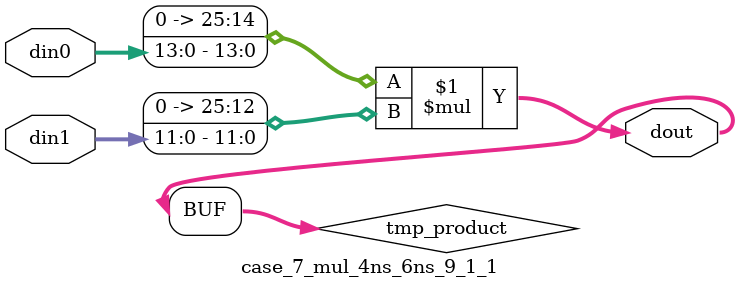
<source format=v>

`timescale 1 ns / 1 ps

 (* use_dsp = "no" *)  module case_7_mul_4ns_6ns_9_1_1(din0, din1, dout);
parameter ID = 1;
parameter NUM_STAGE = 0;
parameter din0_WIDTH = 14;
parameter din1_WIDTH = 12;
parameter dout_WIDTH = 26;

input [din0_WIDTH - 1 : 0] din0; 
input [din1_WIDTH - 1 : 0] din1; 
output [dout_WIDTH - 1 : 0] dout;

wire signed [dout_WIDTH - 1 : 0] tmp_product;
























assign tmp_product = $signed({1'b0, din0}) * $signed({1'b0, din1});











assign dout = tmp_product;





















endmodule

</source>
